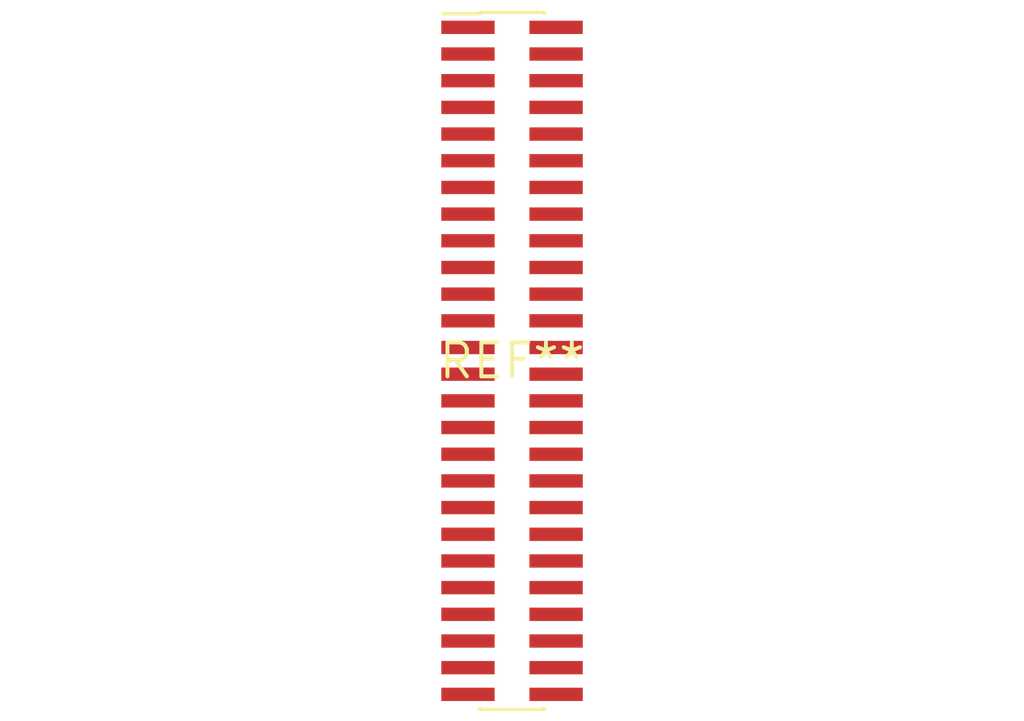
<source format=kicad_pcb>
(kicad_pcb (version 20240108) (generator pcbnew)
  (layers (0 "F.Cu" signal) (31 "B.Cu" signal) (34 "B.Paste" user) (35 "F.Paste" user) (36 "B.SilkS" user "B.Silkscreen") (37 "F.SilkS" user "F.Silkscreen") (38 "B.Mask" user) (39 "F.Mask" user) (44 "Edge.Cuts" user))
  (net 0 "")
  (footprint "PinHeader_2x26_P1.00mm_Vertical_SMD" (layer "F.Cu") (at 0 0)
    (property "Reference" "REF**")
    (property "Value" "PinHeader_2x26_P1.00mm_Vertical_SMD")
    (fp_line (start -2.59 -13.01) (end -1.21 -13.01) (layer "F.SilkS") (stroke (width 0.12)))
    (fp_line (start -1.21 -13.06) (end -1.21 -13.01) (layer "F.SilkS") (stroke (width 0.12)))
    (fp_line (start -1.21 -13.06) (end 1.21 -13.06) (layer "F.SilkS") (stroke (width 0.12)))
    (fp_line (start -1.21 13.01) (end -1.21 13.06) (layer "F.SilkS") (stroke (width 0.12)))
    (fp_line (start -1.21 13.06) (end 1.21 13.06) (layer "F.SilkS") (stroke (width 0.12)))
    (fp_line (start 1.21 -13.06) (end 1.21 -13.01) (layer "F.SilkS") (stroke (width 0.12)))
    (fp_line (start 1.21 13.01) (end 1.21 13.06) (layer "F.SilkS") (stroke (width 0.12)))
    (pad "1" smd rect (at -1.65 -12.5) (size 2 0.5) (layers "F.Cu" "F.Paste" "F.Mask"))
    (pad "2" smd rect (at 1.65 -12.5) (size 2 0.5) (layers "F.Cu" "F.Paste" "F.Mask"))
    (pad "3" smd rect (at -1.65 -11.5) (size 2 0.5) (layers "F.Cu" "F.Paste" "F.Mask"))
    (pad "4" smd rect (at 1.65 -11.5) (size 2 0.5) (layers "F.Cu" "F.Paste" "F.Mask"))
    (pad "5" smd rect (at -1.65 -10.5) (size 2 0.5) (layers "F.Cu" "F.Paste" "F.Mask"))
    (pad "6" smd rect (at 1.65 -10.5) (size 2 0.5) (layers "F.Cu" "F.Paste" "F.Mask"))
    (pad "7" smd rect (at -1.65 -9.5) (size 2 0.5) (layers "F.Cu" "F.Paste" "F.Mask"))
    (pad "8" smd rect (at 1.65 -9.5) (size 2 0.5) (layers "F.Cu" "F.Paste" "F.Mask"))
    (pad "9" smd rect (at -1.65 -8.5) (size 2 0.5) (layers "F.Cu" "F.Paste" "F.Mask"))
    (pad "10" smd rect (at 1.65 -8.5) (size 2 0.5) (layers "F.Cu" "F.Paste" "F.Mask"))
    (pad "11" smd rect (at -1.65 -7.5) (size 2 0.5) (layers "F.Cu" "F.Paste" "F.Mask"))
    (pad "12" smd rect (at 1.65 -7.5) (size 2 0.5) (layers "F.Cu" "F.Paste" "F.Mask"))
    (pad "13" smd rect (at -1.65 -6.5) (size 2 0.5) (layers "F.Cu" "F.Paste" "F.Mask"))
    (pad "14" smd rect (at 1.65 -6.5) (size 2 0.5) (layers "F.Cu" "F.Paste" "F.Mask"))
    (pad "15" smd rect (at -1.65 -5.5) (size 2 0.5) (layers "F.Cu" "F.Paste" "F.Mask"))
    (pad "16" smd rect (at 1.65 -5.5) (size 2 0.5) (layers "F.Cu" "F.Paste" "F.Mask"))
    (pad "17" smd rect (at -1.65 -4.5) (size 2 0.5) (layers "F.Cu" "F.Paste" "F.Mask"))
    (pad "18" smd rect (at 1.65 -4.5) (size 2 0.5) (layers "F.Cu" "F.Paste" "F.Mask"))
    (pad "19" smd rect (at -1.65 -3.5) (size 2 0.5) (layers "F.Cu" "F.Paste" "F.Mask"))
    (pad "20" smd rect (at 1.65 -3.5) (size 2 0.5) (layers "F.Cu" "F.Paste" "F.Mask"))
    (pad "21" smd rect (at -1.65 -2.5) (size 2 0.5) (layers "F.Cu" "F.Paste" "F.Mask"))
    (pad "22" smd rect (at 1.65 -2.5) (size 2 0.5) (layers "F.Cu" "F.Paste" "F.Mask"))
    (pad "23" smd rect (at -1.65 -1.5) (size 2 0.5) (layers "F.Cu" "F.Paste" "F.Mask"))
    (pad "24" smd rect (at 1.65 -1.5) (size 2 0.5) (layers "F.Cu" "F.Paste" "F.Mask"))
    (pad "25" smd rect (at -1.65 -0.5) (size 2 0.5) (layers "F.Cu" "F.Paste" "F.Mask"))
    (pad "26" smd rect (at 1.65 -0.5) (size 2 0.5) (layers "F.Cu" "F.Paste" "F.Mask"))
    (pad "27" smd rect (at -1.65 0.5) (size 2 0.5) (layers "F.Cu" "F.Paste" "F.Mask"))
    (pad "28" smd rect (at 1.65 0.5) (size 2 0.5) (layers "F.Cu" "F.Paste" "F.Mask"))
    (pad "29" smd rect (at -1.65 1.5) (size 2 0.5) (layers "F.Cu" "F.Paste" "F.Mask"))
    (pad "30" smd rect (at 1.65 1.5) (size 2 0.5) (layers "F.Cu" "F.Paste" "F.Mask"))
    (pad "31" smd rect (at -1.65 2.5) (size 2 0.5) (layers "F.Cu" "F.Paste" "F.Mask"))
    (pad "32" smd rect (at 1.65 2.5) (size 2 0.5) (layers "F.Cu" "F.Paste" "F.Mask"))
    (pad "33" smd rect (at -1.65 3.5) (size 2 0.5) (layers "F.Cu" "F.Paste" "F.Mask"))
    (pad "34" smd rect (at 1.65 3.5) (size 2 0.5) (layers "F.Cu" "F.Paste" "F.Mask"))
    (pad "35" smd rect (at -1.65 4.5) (size 2 0.5) (layers "F.Cu" "F.Paste" "F.Mask"))
    (pad "36" smd rect (at 1.65 4.5) (size 2 0.5) (layers "F.Cu" "F.Paste" "F.Mask"))
    (pad "37" smd rect (at -1.65 5.5) (size 2 0.5) (layers "F.Cu" "F.Paste" "F.Mask"))
    (pad "38" smd rect (at 1.65 5.5) (size 2 0.5) (layers "F.Cu" "F.Paste" "F.Mask"))
    (pad "39" smd rect (at -1.65 6.5) (size 2 0.5) (layers "F.Cu" "F.Paste" "F.Mask"))
    (pad "40" smd rect (at 1.65 6.5) (size 2 0.5) (layers "F.Cu" "F.Paste" "F.Mask"))
    (pad "41" smd rect (at -1.65 7.5) (size 2 0.5) (layers "F.Cu" "F.Paste" "F.Mask"))
    (pad "42" smd rect (at 1.65 7.5) (size 2 0.5) (layers "F.Cu" "F.Paste" "F.Mask"))
    (pad "43" smd rect (at -1.65 8.5) (size 2 0.5) (layers "F.Cu" "F.Paste" "F.Mask"))
    (pad "44" smd rect (at 1.65 8.5) (size 2 0.5) (layers "F.Cu" "F.Paste" "F.Mask"))
    (pad "45" smd rect (at -1.65 9.5) (size 2 0.5) (layers "F.Cu" "F.Paste" "F.Mask"))
    (pad "46" smd rect (at 1.65 9.5) (size 2 0.5) (layers "F.Cu" "F.Paste" "F.Mask"))
    (pad "47" smd rect (at -1.65 10.5) (size 2 0.5) (layers "F.Cu" "F.Paste" "F.Mask"))
    (pad "48" smd rect (at 1.65 10.5) (size 2 0.5) (layers "F.Cu" "F.Paste" "F.Mask"))
    (pad "49" smd rect (at -1.65 11.5) (size 2 0.5) (layers "F.Cu" "F.Paste" "F.Mask"))
    (pad "50" smd rect (at 1.65 11.5) (size 2 0.5) (layers "F.Cu" "F.Paste" "F.Mask"))
    (pad "51" smd rect (at -1.65 12.5) (size 2 0.5) (layers "F.Cu" "F.Paste" "F.Mask"))
    (pad "52" smd rect (at 1.65 12.5) (size 2 0.5) (layers "F.Cu" "F.Paste" "F.Mask"))
  )
)
</source>
